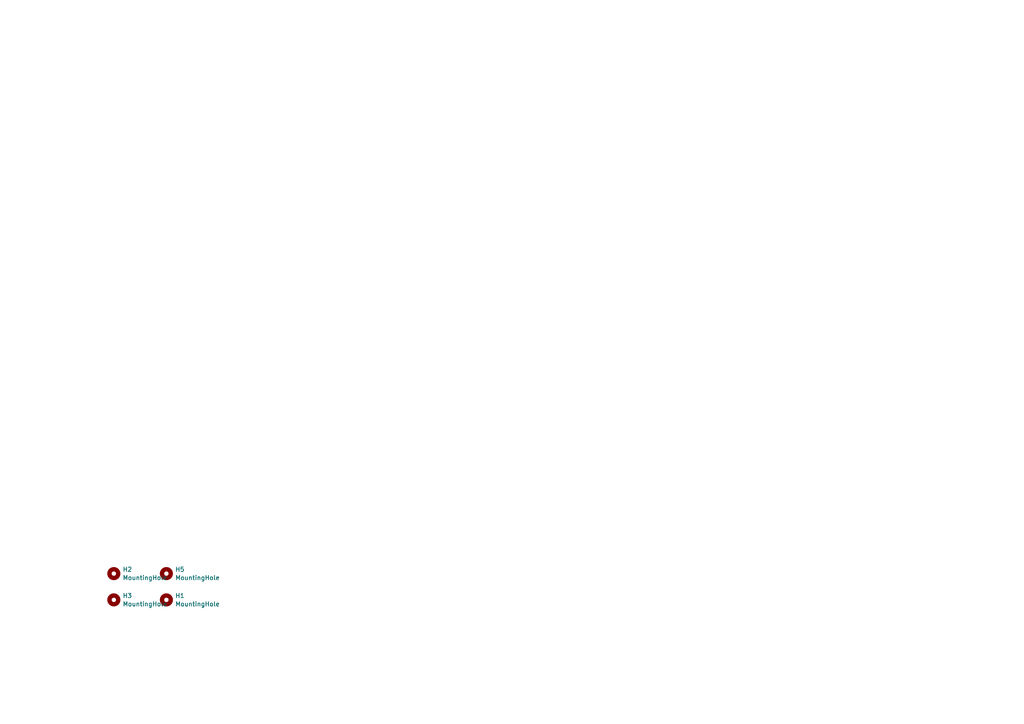
<source format=kicad_sch>
(kicad_sch (version 20231120) (generator "eeschema") (generator_version "8.0")
  (paper "A4")
  (lib_symbols
    (symbol "Mechanical:MountingHole" (pin_names (offset 1.016)) (exclude_from_sim yes) (in_bom no)
      (property "Reference" "H" (at 0 5.08 0))
      (property "Value" "MountingHole" (at 0 3.175 0))
      (symbol "MountingHole_0_1"
        (circle (center 0 0) (radius 1.27) (stroke (width 1.27)))
      )
    )
  )
  (symbol (lib_id "Mechanical:MountingHole") (at 48.26 166.37 0) (unit 1) (exclude_from_sim yes) (in_bom no)
    (property "Reference" "H5" (at 50.8 165.1578 0) (effects (justify left)))
    (property "Value" "MountingHole" (at 50.8 167.5821 0) (effects (justify left)))
    (property "Footprint" "MountingHole:MountingHole_4.3mm_M4_DIN965" (effects (hide yes)))
    (property "Description" "Mounting Hole without connection" (effects (hide yes)))
  )
  (symbol (lib_id "Mechanical:MountingHole") (at 33.02 173.99 0) (unit 1) (exclude_from_sim yes) (in_bom no)
    (property "Reference" "H3" (at 35.56 172.7778 0) (effects (justify left)))
    (property "Value" "MountingHole" (at 35.56 175.2021 0) (effects (justify left)))
    (property "Footprint" "MountingHole:MountingHole_4.3mm_M4_DIN965" (effects (hide yes)))
    (property "Description" "Mounting Hole without connection" (effects (hide yes)))
  )
  (symbol (lib_id "Mechanical:MountingHole") (at 33.02 166.37 0) (unit 1) (exclude_from_sim yes) (in_bom no)
    (property "Reference" "H2" (at 35.56 165.1578 0) (effects (justify left)))
    (property "Value" "MountingHole" (at 35.56 167.5821 0) (effects (justify left)))
    (property "Footprint" "MountingHole:MountingHole_4.3mm_M4_DIN965" (effects (hide yes)))
    (property "Description" "Mounting Hole without connection" (effects (hide yes)))
  )
  (symbol (lib_id "Mechanical:MountingHole") (at 48.26 173.99 0) (unit 1) (exclude_from_sim yes) (in_bom no)
    (property "Reference" "H1" (at 50.8 172.7778 0) (effects (justify left)))
    (property "Value" "MountingHole" (at 50.8 175.2021 0) (effects (justify left)))
    (property "Footprint" "MountingHole:MountingHole_4.3mm_M4_DIN965" (effects (hide yes)))
    (property "Description" "Mounting Hole without connection" (effects (hide yes)))
  )
)
</source>
